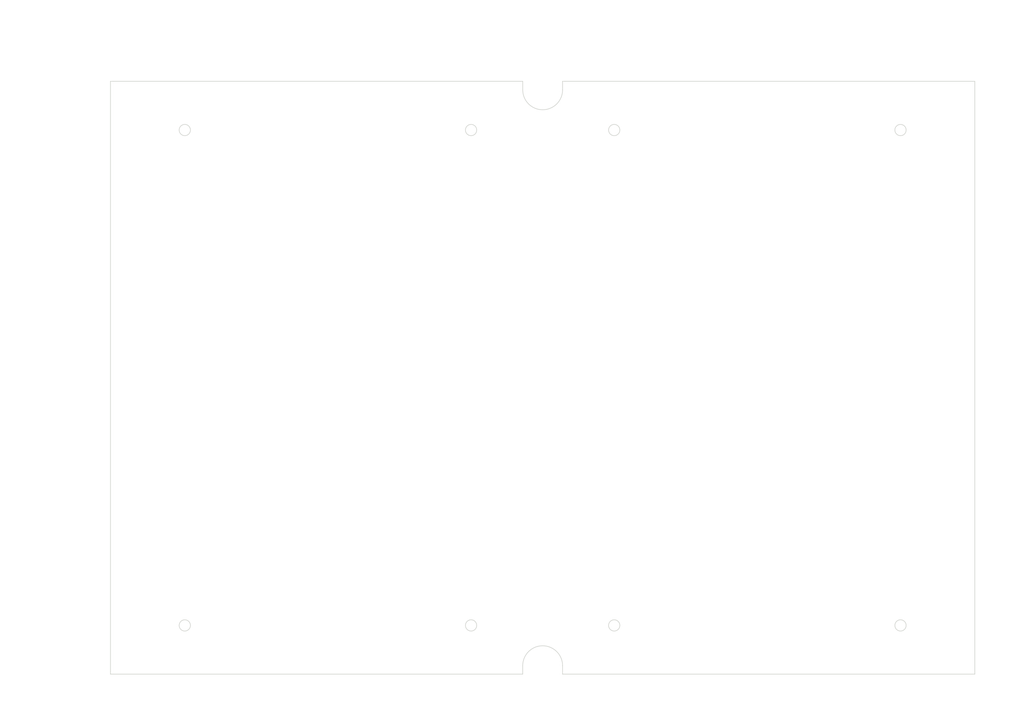
<source format=kicad_pcb>
(kicad_pcb (version 20171130) (host pcbnew "(5.1.0)-1")

  (general
    (thickness 1.6)
    (drawings 85)
    (tracks 0)
    (zones 0)
    (modules 0)
    (nets 1)
  )

  (page A3)
  (layers
    (0 F.Cu signal)
    (31 B.Cu signal)
    (32 B.Adhes user)
    (33 F.Adhes user)
    (34 B.Paste user)
    (35 F.Paste user)
    (36 B.SilkS user)
    (37 F.SilkS user)
    (38 B.Mask user)
    (39 F.Mask user)
    (40 Dwgs.User user)
    (41 Cmts.User user)
    (42 Eco1.User user)
    (43 Eco2.User user)
    (44 Edge.Cuts user)
    (45 Margin user)
    (46 B.CrtYd user)
    (47 F.CrtYd user)
    (48 B.Fab user)
    (49 F.Fab user)
  )

  (setup
    (last_trace_width 0.25)
    (trace_clearance 0.2)
    (zone_clearance 0.508)
    (zone_45_only no)
    (trace_min 0.2)
    (via_size 0.8)
    (via_drill 0.4)
    (via_min_size 0.4)
    (via_min_drill 0.3)
    (uvia_size 0.3)
    (uvia_drill 0.1)
    (uvias_allowed no)
    (uvia_min_size 0.2)
    (uvia_min_drill 0.1)
    (edge_width 0.05)
    (segment_width 0.2)
    (pcb_text_width 0.3)
    (pcb_text_size 1.5 1.5)
    (mod_edge_width 0.12)
    (mod_text_size 1 1)
    (mod_text_width 0.15)
    (pad_size 1.524 1.524)
    (pad_drill 0.762)
    (pad_to_mask_clearance 0.051)
    (solder_mask_min_width 0.25)
    (aux_axis_origin 0 0)
    (visible_elements FFFFFF7F)
    (pcbplotparams
      (layerselection 0x010fc_ffffffff)
      (usegerberextensions false)
      (usegerberattributes false)
      (usegerberadvancedattributes false)
      (creategerberjobfile false)
      (excludeedgelayer true)
      (linewidth 0.152400)
      (plotframeref false)
      (viasonmask false)
      (mode 1)
      (useauxorigin false)
      (hpglpennumber 1)
      (hpglpenspeed 20)
      (hpglpendiameter 15.000000)
      (psnegative false)
      (psa4output false)
      (plotreference true)
      (plotvalue true)
      (plotinvisibletext false)
      (padsonsilk false)
      (subtractmaskfromsilk false)
      (outputformat 1)
      (mirror false)
      (drillshape 1)
      (scaleselection 1)
      (outputdirectory ""))
  )

  (net 0 "")

  (net_class Default "This is the default net class."
    (clearance 0.2)
    (trace_width 0.25)
    (via_dia 0.8)
    (via_drill 0.4)
    (uvia_dia 0.3)
    (uvia_drill 0.1)
  )

  (gr_line (start 75.130529 44.336023) (end 75.130529 228.640314) (layer Edge.Cuts) (width 0.2))
  (gr_line (start 203.290743 44.336023) (end 75.130529 44.336023) (layer Edge.Cuts) (width 0.2))
  (gr_line (start 203.290743 46.988169) (end 203.290743 44.336023) (layer Edge.Cuts) (width 0.2))
  (gr_arc (start 209.484014 46.988169) (end 203.290743 46.988169) (angle -180) (layer Edge.Cuts) (width 0.2))
  (gr_line (start 215.677286 44.336023) (end 215.677286 46.988169) (layer Edge.Cuts) (width 0.2))
  (gr_line (start 343.82691 44.336023) (end 215.677286 44.336023) (layer Edge.Cuts) (width 0.2))
  (gr_line (start 343.82691 228.640314) (end 343.82691 44.336023) (layer Edge.Cuts) (width 0.2))
  (gr_line (start 215.672151 228.640314) (end 343.82691 228.640314) (layer Edge.Cuts) (width 0.2))
  (gr_line (start 215.672151 225.988168) (end 215.672151 228.640314) (layer Edge.Cuts) (width 0.2))
  (gr_arc (start 209.47888 225.988168) (end 215.672151 225.988168) (angle -180) (layer Edge.Cuts) (width 0.2))
  (gr_line (start 203.285609 228.640314) (end 203.285609 225.988168) (layer Edge.Cuts) (width 0.2))
  (gr_line (start 75.130529 228.640314) (end 203.285609 228.640314) (layer Edge.Cuts) (width 0.2))
  (gr_circle (center 98.229238 59.488168) (end 99.981838 59.488168) (layer Edge.Cuts) (width 0.2))
  (gr_circle (center 187.229238 59.488168) (end 188.981838 59.488168) (layer Edge.Cuts) (width 0.2))
  (gr_circle (center 231.729238 59.488168) (end 233.481838 59.488168) (layer Edge.Cuts) (width 0.2))
  (gr_circle (center 320.729238 59.488168) (end 322.481838 59.488168) (layer Edge.Cuts) (width 0.2))
  (gr_circle (center 320.729238 213.488168) (end 322.481838 213.488168) (layer Edge.Cuts) (width 0.2))
  (gr_circle (center 231.729238 213.488168) (end 233.481838 213.488168) (layer Edge.Cuts) (width 0.2))
  (gr_circle (center 187.229238 213.488168) (end 188.981838 213.488168) (layer Edge.Cuts) (width 0.2))
  (gr_circle (center 98.229238 213.488168) (end 99.981838 213.488168) (layer Edge.Cuts) (width 0.2))
  (gr_line (start 320.729238 59.578168) (end 320.729238 59.398168) (layer Dwgs.User) (width 0.2))
  (gr_line (start 320.639238 59.488168) (end 320.819238 59.488168) (layer Dwgs.User) (width 0.2))
  (gr_text " ∅3.51\n[∅0.14]" (at 354.343064 72.661209) (layer Dwgs.User)
    (effects (font (size 1.7 1.53) (thickness 0.2125)))
  )
  (gr_line (start 347.806195 72.661209) (end 324.103685 61.129849) (layer Dwgs.User) (width 0.2))
  (gr_line (start 349.806195 72.661209) (end 347.806195 72.661209) (layer Dwgs.User) (width 0.2))
  (gr_text [1.75] (at 209.479238 239.321992) (layer Dwgs.User)
    (effects (font (size 1.7 1.53) (thickness 0.2125)))
  )
  (gr_text " 44.50" (at 209.479238 235.764557) (layer Dwgs.User)
    (effects (font (size 1.7 1.53) (thickness 0.2125)))
  )
  (gr_line (start 189.229238 237.432531) (end 205.434627 237.432531) (layer Dwgs.User) (width 0.2))
  (gr_line (start 229.729238 237.432531) (end 213.52385 237.432531) (layer Dwgs.User) (width 0.2))
  (gr_line (start 187.229238 214.488168) (end 187.229238 240.607531) (layer Dwgs.User) (width 0.2))
  (gr_line (start 231.729238 214.488168) (end 231.729238 240.607531) (layer Dwgs.User) (width 0.2))
  (gr_text [.35] (at 232.53509 40.253152) (layer Dwgs.User)
    (effects (font (size 1.7 1.53) (thickness 0.2125)))
  )
  (gr_text " 8.85" (at 232.53509 36.695716) (layer Dwgs.User)
    (effects (font (size 1.7 1.53) (thickness 0.2125)))
  )
  (gr_line (start 227.141604 38.363691) (end 229.141604 38.363691) (layer Dwgs.User) (width 0.2))
  (gr_line (start 227.141604 44.336023) (end 227.141604 38.363691) (layer Dwgs.User) (width 0.2))
  (gr_line (start 227.141604 51.18144) (end 227.141604 46.336023) (layer Dwgs.User) (width 0.2))
  (gr_line (start 210.484014 53.18144) (end 230.316604 53.18144) (layer Dwgs.User) (width 0.2))
  (gr_text [.49] (at 222.532983 41.176355) (layer Dwgs.User)
    (effects (font (size 1.7 1.53) (thickness 0.2125)))
  )
  (gr_text " 12.39" (at 222.532983 37.61834) (layer Dwgs.User)
    (effects (font (size 1.7 1.53) (thickness 0.2125)))
  )
  (gr_line (start 215.677286 39.286894) (end 218.483733 39.286894) (layer Dwgs.User) (width 0.2))
  (gr_line (start 205.290743 39.286894) (end 213.677286 39.286894) (layer Dwgs.User) (width 0.2))
  (gr_line (start 203.290743 43.336023) (end 203.290743 36.111894) (layer Dwgs.User) (width 0.2))
  (gr_line (start 215.677286 43.336023) (end 215.677286 36.111894) (layer Dwgs.User) (width 0.2))
  (gr_text [5.05] (at 139.210636 36.225484) (layer Dwgs.User)
    (effects (font (size 1.7 1.53) (thickness 0.2125)))
  )
  (gr_text " 128.16" (at 139.210636 32.668049) (layer Dwgs.User)
    (effects (font (size 1.7 1.53) (thickness 0.2125)))
  )
  (gr_line (start 77.130529 34.336023) (end 134.503303 34.336023) (layer Dwgs.User) (width 0.2))
  (gr_line (start 201.290743 34.336023) (end 143.917969 34.336023) (layer Dwgs.User) (width 0.2))
  (gr_line (start 75.130529 43.336023) (end 75.130529 31.161023) (layer Dwgs.User) (width 0.2))
  (gr_line (start 203.290743 43.336023) (end 203.290743 31.161023) (layer Dwgs.User) (width 0.2))
  (gr_text [10.58] (at 209.47872 24.225484) (layer Dwgs.User)
    (effects (font (size 1.7 1.53) (thickness 0.2125)))
  )
  (gr_text " 268.70" (at 209.47872 20.668049) (layer Dwgs.User)
    (effects (font (size 1.7 1.53) (thickness 0.2125)))
  )
  (gr_line (start 341.82691 22.336023) (end 214.183733 22.336023) (layer Dwgs.User) (width 0.2))
  (gr_line (start 77.130529 22.336023) (end 204.773706 22.336023) (layer Dwgs.User) (width 0.2))
  (gr_line (start 343.82691 43.336023) (end 343.82691 19.161023) (layer Dwgs.User) (width 0.2))
  (gr_line (start 75.130529 43.336023) (end 75.130529 19.161023) (layer Dwgs.User) (width 0.2))
  (gr_text [.60] (at 62.947735 222.953702) (layer Dwgs.User)
    (effects (font (size 1.7 1.53) (thickness 0.2125)))
  )
  (gr_text " 15.15" (at 62.947735 219.396267) (layer Dwgs.User)
    (effects (font (size 1.7 1.53) (thickness 0.2125)))
  )
  (gr_line (start 62.947735 226.640314) (end 62.947735 224.621676) (layer Dwgs.User) (width 0.2))
  (gr_line (start 62.947735 215.488168) (end 62.947735 217.506806) (layer Dwgs.User) (width 0.2))
  (gr_line (start 74.130529 228.640314) (end 59.772735 228.640314) (layer Dwgs.User) (width 0.2))
  (gr_line (start 97.229238 213.488168) (end 59.772735 213.488168) (layer Dwgs.User) (width 0.2))
  (gr_text [.91] (at 86.679884 239.321992) (layer Dwgs.User)
    (effects (font (size 1.7 1.53) (thickness 0.2125)))
  )
  (gr_text " 23.10" (at 86.679884 235.763977) (layer Dwgs.User)
    (effects (font (size 1.7 1.53) (thickness 0.2125)))
  )
  (gr_line (start 77.130529 237.432531) (end 82.635272 237.432531) (layer Dwgs.User) (width 0.2))
  (gr_line (start 96.229238 237.432531) (end 90.724495 237.432531) (layer Dwgs.User) (width 0.2))
  (gr_line (start 75.130529 229.640314) (end 75.130529 240.607531) (layer Dwgs.User) (width 0.2))
  (gr_line (start 98.229238 214.488168) (end 98.229238 240.607531) (layer Dwgs.User) (width 0.2))
  (gr_text [3.50] (at 142.729238 239.321992) (layer Dwgs.User)
    (effects (font (size 1.7 1.53) (thickness 0.2125)))
  )
  (gr_text " 89.00" (at 142.729238 235.764557) (layer Dwgs.User)
    (effects (font (size 1.7 1.53) (thickness 0.2125)))
  )
  (gr_line (start 185.229238 237.432531) (end 146.77385 237.432531) (layer Dwgs.User) (width 0.2))
  (gr_line (start 100.229238 237.432531) (end 138.684627 237.432531) (layer Dwgs.User) (width 0.2))
  (gr_line (start 187.229238 214.488168) (end 187.229238 240.607531) (layer Dwgs.User) (width 0.2))
  (gr_line (start 98.229238 214.488168) (end 98.229238 240.607531) (layer Dwgs.User) (width 0.2))
  (gr_text [6.06] (at 62.947735 138.37763) (layer Dwgs.User)
    (effects (font (size 1.7 1.53) (thickness 0.2125)))
  )
  (gr_text " 154.00" (at 62.947735 134.820194) (layer Dwgs.User)
    (effects (font (size 1.7 1.53) (thickness 0.2125)))
  )
  (gr_line (start 62.947735 211.488168) (end 62.947735 140.045604) (layer Dwgs.User) (width 0.2))
  (gr_line (start 62.947735 61.488168) (end 62.947735 132.930733) (layer Dwgs.User) (width 0.2))
  (gr_line (start 97.229238 213.488168) (end 59.772735 213.488168) (layer Dwgs.User) (width 0.2))
  (gr_line (start 97.229238 59.488168) (end 59.772735 59.488168) (layer Dwgs.User) (width 0.2))
  (gr_text [7.26] (at 45.538555 138.37763) (layer Dwgs.User)
    (effects (font (size 1.7 1.53) (thickness 0.2125)))
  )
  (gr_text " 184.30" (at 45.538555 134.819615) (layer Dwgs.User)
    (effects (font (size 1.7 1.53) (thickness 0.2125)))
  )
  (gr_line (start 45.538555 226.640314) (end 45.538555 140.046184) (layer Dwgs.User) (width 0.2))
  (gr_line (start 45.538555 46.336023) (end 45.538555 132.930153) (layer Dwgs.User) (width 0.2))
  (gr_line (start 74.130529 228.640314) (end 42.363555 228.640314) (layer Dwgs.User) (width 0.2))
  (gr_line (start 74.130529 44.336023) (end 42.363555 44.336023) (layer Dwgs.User) (width 0.2))

)

</source>
